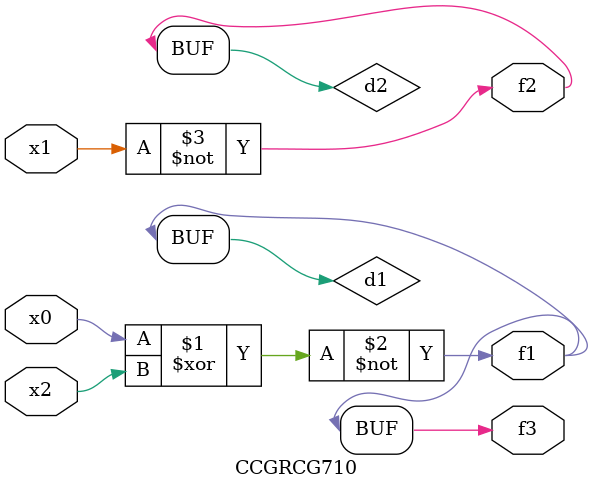
<source format=v>
module CCGRCG710(
	input x0, x1, x2,
	output f1, f2, f3
);

	wire d1, d2, d3;

	xnor (d1, x0, x2);
	nand (d2, x1);
	nor (d3, x1, x2);
	assign f1 = d1;
	assign f2 = d2;
	assign f3 = d1;
endmodule

</source>
